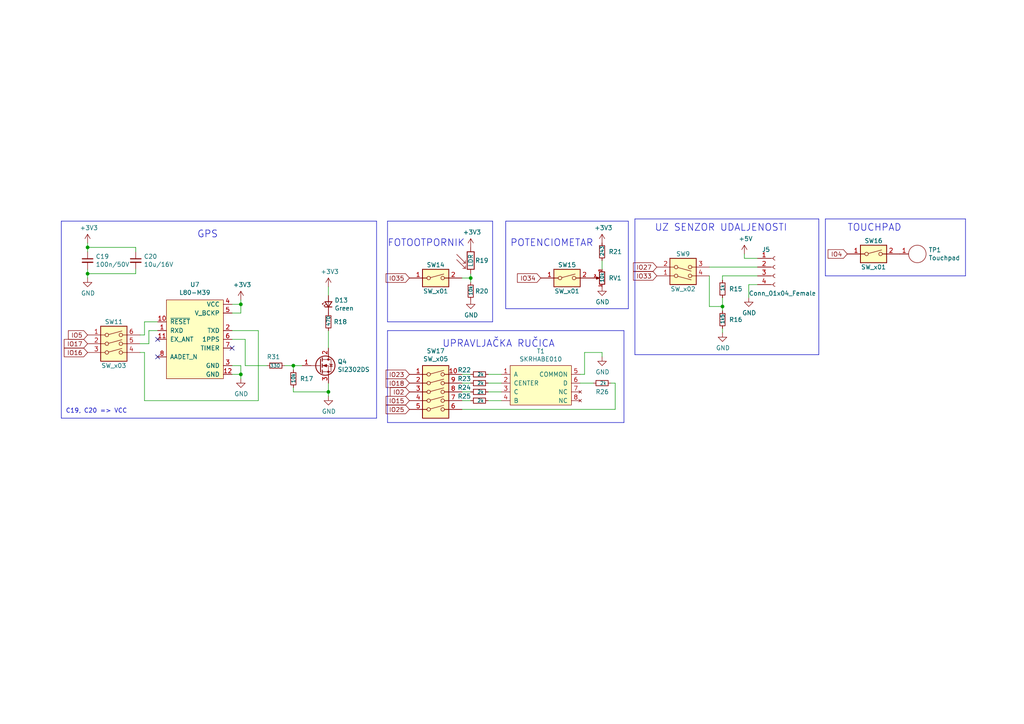
<source format=kicad_sch>
(kicad_sch (version 20230121) (generator eeschema)
  (paper "A4")
  (title_block (title "ESP32IoTPlatform") (date "2022-02-09") (rev "v4r1") (company "TVZ"))
  (lib_symbols
    (symbol "Connector:Conn_01x04_Female" (pin_names (offset 1.016) hide)
      (property "Reference" "J" (at 0 5.08 0))
      (property "Value" "Conn_01x04_Female" (at 0 -7.62 0))
      (symbol "Conn_01x04_Female_1_1"
        (arc (start 0 -4.572) (mid -0.5058 -5.08) (end 0 -5.588) (stroke (width 0.1524)))
        (arc (start 0 -2.032) (mid -0.5058 -2.54) (end 0 -3.048) (stroke (width 0.1524)))
        (polyline (pts (xy -1.27 -5.08) (xy -0.508 -5.08)) (stroke (width 0.1524)))
        (polyline (pts (xy -1.27 -2.54) (xy -0.508 -2.54)) (stroke (width 0.1524)))
        (polyline (pts (xy -1.27 0) (xy -0.508 0)) (stroke (width 0.1524)))
        (polyline (pts (xy -1.27 2.54) (xy -0.508 2.54)) (stroke (width 0.1524)))
        (arc (start 0 0.508) (mid -0.5058 0) (end 0 -0.508) (stroke (width 0.1524)))
        (arc (start 0 3.048) (mid -0.5058 2.54) (end 0 2.032) (stroke (width 0.1524)))
        (pin passive line (at -5.08 2.54 0) (length 3.81) (name "Pin_1") (number "1"))
        (pin passive line (at -5.08 0 0) (length 3.81) (name "Pin_2") (number "2"))
        (pin passive line (at -5.08 -2.54 0) (length 3.81) (name "Pin_3") (number "3"))
        (pin passive line (at -5.08 -5.08 0) (length 3.81) (name "Pin_4") (number "4"))
      )
    )
    (symbol "Device:C_Small" (pin_numbers hide) (pin_names (offset 0.254) hide)
      (property "Reference" "C" (at 0.254 1.778 0))
      (property "Value" "C_Small" (at 0.254 -2.032 0))
      (symbol "C_Small_0_1"
        (polyline (pts (xy -1.524 -0.508) (xy 1.524 -0.508)) (stroke (width 0.3302)))
        (polyline (pts (xy -1.524 0.508) (xy 1.524 0.508)) (stroke (width 0.3048)))
      )
      (symbol "C_Small_1_1"
        (pin passive line (at 0 2.54 270) (length 2.032) (name "~") (number "1"))
        (pin passive line (at 0 -2.54 90) (length 2.032) (name "~") (number "2"))
      )
    )
    (symbol "Device:LED_Small" (pin_numbers hide) (pin_names (offset 0.254) hide)
      (property "Reference" "D" (at -1.27 3.175 0))
      (property "Value" "LED_Small" (at -4.445 -2.54 0))
      (symbol "LED_Small_0_1"
        (polyline (pts (xy -0.762 -1.016) (xy -0.762 1.016)) (stroke (width 0.254)))
        (polyline (pts (xy 1.016 0) (xy -0.762 0)))
        (polyline (pts (xy 0.762 -1.016) (xy -0.762 0) (xy 0.762 1.016) (xy 0.762 -1.016)) (stroke (width 0.254)))
        (polyline (pts (xy 0 0.762) (xy -0.508 1.27) (xy -0.254 1.27) (xy -0.508 1.27) (xy -0.508 1.016)))
        (polyline (pts (xy 0.508 1.27) (xy 0 1.778) (xy 0.254 1.778) (xy 0 1.778) (xy 0 1.524)))
      )
      (symbol "LED_Small_1_1"
        (pin passive line (at -2.54 0 0) (length 1.778) (name "K") (number "1"))
        (pin passive line (at 2.54 0 180) (length 1.778) (name "A") (number "2"))
      )
    )
    (symbol "Device:R_Potentiometer_Small" (pin_names (offset 1.016) hide)
      (property "Reference" "RV" (at -4.445 0 90))
      (property "Value" "R_Potentiometer_Small" (at -2.54 0 90))
      (symbol "R_Potentiometer_Small_0_1"
        (polyline (pts (xy 0.889 0) (xy 0.635 0) (xy 1.651 0.381) (xy 1.651 -0.381) (xy 0.635 0) (xy 0.889 0)) (fill (type outline)))
        (rectangle (start 0.762 1.8034) (end -0.762 -1.8034) (stroke (width 0.254)))
      )
      (symbol "R_Potentiometer_Small_1_1"
        (pin passive line (at 0 2.54 270) (length 0.635) (name "1") (number "1"))
        (pin passive line (at 2.54 0 180) (length 0.9906) (name "2") (number "2"))
        (pin passive line (at 0 -2.54 90) (length 0.635) (name "3") (number "3"))
      )
    )
    (symbol "Device:R_Small" (pin_numbers hide) (pin_names (offset 0.254) hide)
      (property "Reference" "R" (at 0.762 0.508 0))
      (property "Value" "R_Small" (at 0.762 -1.016 0))
      (symbol "R_Small_0_1"
        (rectangle (start -0.762 1.778) (end 0.762 -1.778) (stroke (width 0.2032)))
      )
      (symbol "R_Small_1_1"
        (pin passive line (at 0 2.54 270) (length 0.762) (name "~") (number "1"))
        (pin passive line (at 0 -2.54 90) (length 0.762) (name "~") (number "2"))
      )
    )
    (symbol "ESP32IoTPlatform_simboli:L80-M39" (pin_names (offset 1.016))
      (property "Reference" "U" (at 0 0 0))
      (property "Value" "L80-M39" (at 0 0 0))
      (symbol "L80-M39_0_1"
        (rectangle (start 8.89 1.27) (end -7.62 24.13) (fill (type background)))
      )
      (symbol "L80-M39_1_1"
        (pin passive line (at -10.16 15.24 0) (length 2.54) (name "RXD") (number "1"))
        (pin passive line (at -10.16 17.78 0) (length 2.54) (name "~{RESET}") (number "10"))
        (pin passive line (at -10.16 12.7 0) (length 2.54) (name "EX_ANT") (number "11"))
        (pin passive line (at 11.43 2.54 180) (length 2.54) (name "GND") (number "12"))
        (pin passive line (at 11.43 15.24 180) (length 2.54) (name "TXD") (number "2"))
        (pin passive line (at 11.43 5.08 180) (length 2.54) (name "GND") (number "3"))
        (pin passive line (at 11.43 22.86 180) (length 2.54) (name "VCC") (number "4"))
        (pin passive line (at 11.43 20.32 180) (length 2.54) (name "V_BCKP") (number "5"))
        (pin passive line (at 11.43 12.7 180) (length 2.54) (name "1PPS") (number "6"))
        (pin passive line (at 11.43 10.16 180) (length 2.54) (name "TIMER") (number "7"))
        (pin passive line (at -10.16 7.62 0) (length 2.54) (name "AADET_N") (number "8"))
      )
    )
    (symbol "ESP32IoTPlatform_simboli:SKRHABE010" (pin_names (offset 1.016))
      (property "Reference" "T" (at 0 1.27 0))
      (property "Value" "SKRHABE010" (at 0 -1.27 0))
      (symbol "SKRHABE010_0_1"
        (rectangle (start -8.89 2.54) (end 8.89 13.97) (fill (type background)))
      )
      (symbol "SKRHABE010_1_1"
        (pin passive line (at -11.43 11.43 0) (length 2.54) (name "A") (number "1"))
        (pin passive line (at -11.43 8.89 0) (length 2.54) (name "CENTER") (number "2"))
        (pin passive line (at -11.43 6.35 0) (length 2.54) (name "C") (number "3"))
        (pin passive line (at -11.43 3.81 0) (length 2.54) (name "B") (number "4"))
        (pin passive line (at 11.43 11.43 180) (length 2.54) (name "COMMON") (number "5"))
        (pin passive line (at 11.43 8.89 180) (length 2.54) (name "D") (number "6"))
        (pin no_connect line (at 11.43 6.35 180) (length 2.54) (name "NC") (number "7"))
        (pin no_connect line (at 11.43 3.81 180) (length 2.54) (name "NC") (number "8"))
      )
    )
    (symbol "ESP32IoTPlatform_simboli:Touchpad" (pin_names (offset 1.016))
      (property "Reference" "TP" (at 0 0 0))
      (property "Value" "Touchpad" (at 0 0 0))
      (symbol "Touchpad_0_1"
        (circle (center 3.81 5.08) (radius 2.54))
      )
      (symbol "Touchpad_1_1"
        (pin passive line (at -1.27 5.08 0) (length 2.54) (name "~") (number "1"))
      )
    )
    (symbol "Sensor_Optical:LDR03" (pin_numbers hide) (pin_names (offset 0))
      (property "Reference" "R" (at -5.08 0 90))
      (property "Value" "LDR03" (at 1.905 0 90))
      (symbol "LDR03_0_1"
        (rectangle (start -1.016 2.54) (end 1.016 -2.54) (stroke (width 0.254)))
        (polyline (pts (xy -1.524 -2.286) (xy -4.064 0.254)))
        (polyline (pts (xy -1.524 -2.286) (xy -2.286 -2.286)))
        (polyline (pts (xy -1.524 -2.286) (xy -1.524 -1.524)))
        (polyline (pts (xy -1.524 -0.762) (xy -4.064 1.778)))
        (polyline (pts (xy -1.524 -0.762) (xy -2.286 -0.762)))
        (polyline (pts (xy -1.524 -0.762) (xy -1.524 0)))
      )
      (symbol "LDR03_1_1"
        (pin passive line (at 0 3.81 270) (length 1.27) (name "~") (number "1"))
        (pin passive line (at 0 -3.81 90) (length 1.27) (name "~") (number "2"))
      )
    )
    (symbol "Switch:SW_DIP_x01" (pin_names (offset 0) hide)
      (property "Reference" "SW" (at 0 3.81 0))
      (property "Value" "SW_DIP_x01" (at 0 -3.81 0))
      (symbol "SW_DIP_x01_0_0"
        (circle (center -2.032 0) (radius 0.508))
        (polyline (pts (xy -1.524 0.127) (xy 2.3622 1.1684)))
        (circle (center 2.032 0) (radius 0.508))
      )
      (symbol "SW_DIP_x01_0_1"
        (rectangle (start -3.81 2.54) (end 3.81 -2.54) (stroke (width 0.254)) (fill (type background)))
      )
      (symbol "SW_DIP_x01_1_1"
        (pin passive line (at -7.62 0 0) (length 5.08) (name "~") (number "1"))
        (pin passive line (at 7.62 0 180) (length 5.08) (name "~") (number "2"))
      )
    )
    (symbol "Switch:SW_DIP_x02" (pin_names (offset 0) hide)
      (property "Reference" "SW" (at 0 6.35 0))
      (property "Value" "SW_DIP_x02" (at 0 -3.81 0))
      (symbol "SW_DIP_x02_0_0"
        (circle (center -2.032 0) (radius 0.508))
        (circle (center -2.032 2.54) (radius 0.508))
        (polyline (pts (xy -1.524 0.127) (xy 2.3622 1.1684)))
        (polyline (pts (xy -1.524 2.667) (xy 2.3622 3.7084)))
        (circle (center 2.032 0) (radius 0.508))
        (circle (center 2.032 2.54) (radius 0.508))
      )
      (symbol "SW_DIP_x02_0_1"
        (rectangle (start -3.81 5.08) (end 3.81 -2.54) (stroke (width 0.254)) (fill (type background)))
      )
      (symbol "SW_DIP_x02_1_1"
        (pin passive line (at -7.62 2.54 0) (length 5.08) (name "~") (number "1"))
        (pin passive line (at -7.62 0 0) (length 5.08) (name "~") (number "2"))
        (pin passive line (at 7.62 0 180) (length 5.08) (name "~") (number "3"))
        (pin passive line (at 7.62 2.54 180) (length 5.08) (name "~") (number "4"))
      )
    )
    (symbol "Switch:SW_DIP_x03" (pin_names (offset 0) hide)
      (property "Reference" "SW" (at 0 8.89 0))
      (property "Value" "SW_DIP_x03" (at 0 -3.81 0))
      (symbol "SW_DIP_x03_0_0"
        (circle (center -2.032 0) (radius 0.508))
        (circle (center -2.032 2.54) (radius 0.508))
        (circle (center -2.032 5.08) (radius 0.508))
        (polyline (pts (xy -1.524 0.127) (xy 2.3622 1.1684)))
        (polyline (pts (xy -1.524 2.667) (xy 2.3622 3.7084)))
        (polyline (pts (xy -1.524 5.207) (xy 2.3622 6.2484)))
        (circle (center 2.032 0) (radius 0.508))
        (circle (center 2.032 2.54) (radius 0.508))
        (circle (center 2.032 5.08) (radius 0.508))
      )
      (symbol "SW_DIP_x03_0_1"
        (rectangle (start -3.81 7.62) (end 3.81 -2.54) (stroke (width 0.254)) (fill (type background)))
      )
      (symbol "SW_DIP_x03_1_1"
        (pin passive line (at -7.62 5.08 0) (length 5.08) (name "~") (number "1"))
        (pin passive line (at -7.62 2.54 0) (length 5.08) (name "~") (number "2"))
        (pin passive line (at -7.62 0 0) (length 5.08) (name "~") (number "3"))
        (pin passive line (at 7.62 0 180) (length 5.08) (name "~") (number "4"))
        (pin passive line (at 7.62 2.54 180) (length 5.08) (name "~") (number "5"))
        (pin passive line (at 7.62 5.08 180) (length 5.08) (name "~") (number "6"))
      )
    )
    (symbol "Switch:SW_DIP_x05" (pin_names (offset 0) hide)
      (property "Reference" "SW" (at 0 8.89 0))
      (property "Value" "SW_DIP_x05" (at 0 -8.89 0))
      (symbol "SW_DIP_x05_0_0"
        (circle (center -2.032 -5.08) (radius 0.508))
        (circle (center -2.032 -2.54) (radius 0.508))
        (circle (center -2.032 0) (radius 0.508))
        (circle (center -2.032 2.54) (radius 0.508))
        (circle (center -2.032 5.08) (radius 0.508))
        (polyline (pts (xy -1.524 -4.9276) (xy 2.3622 -3.8862)))
        (polyline (pts (xy -1.524 -2.3876) (xy 2.3622 -1.3462)))
        (polyline (pts (xy -1.524 0.127) (xy 2.3622 1.1684)))
        (polyline (pts (xy -1.524 2.667) (xy 2.3622 3.7084)))
        (polyline (pts (xy -1.524 5.207) (xy 2.3622 6.2484)))
        (circle (center 2.032 -5.08) (radius 0.508))
        (circle (center 2.032 -2.54) (radius 0.508))
        (circle (center 2.032 0) (radius 0.508))
        (circle (center 2.032 2.54) (radius 0.508))
        (circle (center 2.032 5.08) (radius 0.508))
      )
      (symbol "SW_DIP_x05_0_1"
        (rectangle (start -3.81 7.62) (end 3.81 -7.62) (stroke (width 0.254)) (fill (type background)))
      )
      (symbol "SW_DIP_x05_1_1"
        (pin passive line (at -7.62 5.08 0) (length 5.08) (name "~") (number "1"))
        (pin passive line (at 7.62 5.08 180) (length 5.08) (name "~") (number "10"))
        (pin passive line (at -7.62 2.54 0) (length 5.08) (name "~") (number "2"))
        (pin passive line (at -7.62 0 0) (length 5.08) (name "~") (number "3"))
        (pin passive line (at -7.62 -2.54 0) (length 5.08) (name "~") (number "4"))
        (pin passive line (at -7.62 -5.08 0) (length 5.08) (name "~") (number "5"))
        (pin passive line (at 7.62 -5.08 180) (length 5.08) (name "~") (number "6"))
        (pin passive line (at 7.62 -2.54 180) (length 5.08) (name "~") (number "7"))
        (pin passive line (at 7.62 0 180) (length 5.08) (name "~") (number "8"))
        (pin passive line (at 7.62 2.54 180) (length 5.08) (name "~") (number "9"))
      )
    )
    (symbol "Transistor_FET:IRLZ44N" (pin_names hide)
      (property "Reference" "Q" (at 6.35 1.905 0))
      (property "Value" "IRLZ44N" (at 6.35 0 0))
      (symbol "IRLZ44N_0_1"
        (polyline (pts (xy 0.254 0) (xy -2.54 0)))
        (polyline (pts (xy 0.254 1.905) (xy 0.254 -1.905)) (stroke (width 0.254)))
        (polyline (pts (xy 0.762 -1.27) (xy 0.762 -2.286)) (stroke (width 0.254)))
        (polyline (pts (xy 0.762 0.508) (xy 0.762 -0.508)) (stroke (width 0.254)))
        (polyline (pts (xy 0.762 2.286) (xy 0.762 1.27)) (stroke (width 0.254)))
        (polyline (pts (xy 2.54 2.54) (xy 2.54 1.778)))
        (polyline (pts (xy 2.54 -2.54) (xy 2.54 0) (xy 0.762 0)))
        (polyline (pts (xy 0.762 -1.778) (xy 3.302 -1.778) (xy 3.302 1.778) (xy 0.762 1.778)))
        (polyline (pts (xy 1.016 0) (xy 2.032 0.381) (xy 2.032 -0.381) (xy 1.016 0)) (fill (type outline)))
        (polyline (pts (xy 2.794 0.508) (xy 2.921 0.381) (xy 3.683 0.381) (xy 3.81 0.254)))
        (polyline (pts (xy 3.302 0.381) (xy 2.921 -0.254) (xy 3.683 -0.254) (xy 3.302 0.381)))
        (circle (center 1.651 0) (radius 2.794) (stroke (width 0.254)))
        (circle (center 2.54 -1.778) (radius 0.254) (fill (type outline)))
        (circle (center 2.54 1.778) (radius 0.254) (fill (type outline)))
      )
      (symbol "IRLZ44N_1_1"
        (pin input line (at -5.08 0 0) (length 2.54) (name "G") (number "1"))
        (pin passive line (at 2.54 5.08 270) (length 2.54) (name "D") (number "2"))
        (pin passive line (at 2.54 -5.08 90) (length 2.54) (name "S") (number "3"))
      )
    )
    (symbol "power:+3V3" (power) (pin_names (offset 0))
      (property "Value" "+3V3" (at 0 3.556 0))
      (symbol "+3V3_0_1"
        (polyline (pts (xy -0.762 1.27) (xy 0 2.54)))
        (polyline (pts (xy 0 0) (xy 0 2.54)))
        (polyline (pts (xy 0 2.54) (xy 0.762 1.27)))
      )
      (symbol "+3V3_1_1"
        (pin power_in line (at 0 0 90) (length 0) hide (name "+3V3") (number "1"))
      )
    )
    (symbol "power:+5V" (power) (pin_names (offset 0))
      (property "Value" "+5V" (at 0 3.556 0))
      (symbol "+5V_0_1"
        (polyline (pts (xy -0.762 1.27) (xy 0 2.54)))
        (polyline (pts (xy 0 0) (xy 0 2.54)))
        (polyline (pts (xy 0 2.54) (xy 0.762 1.27)))
      )
      (symbol "+5V_1_1"
        (pin power_in line (at 0 0 90) (length 0) hide (name "+5V") (number "1"))
      )
    )
    (symbol "power:GND" (power) (pin_names (offset 0))
      (property "Value" "GND" (at 0 -3.81 0))
      (symbol "GND_0_1"
        (polyline (pts (xy 0 0) (xy 0 -1.27) (xy 1.27 -1.27) (xy 0 -2.54) (xy -1.27 -1.27) (xy 0 -1.27)))
      )
      (symbol "GND_1_1"
        (pin power_in line (at 0 0 270) (length 0) hide (name "GND") (number "1"))
      )
    )
  )
  (junction (at 69.85 88.265))
  (junction (at 25.4 79.375))
  (junction (at 25.4 71.755))
  (junction (at 136.525 80.645))
  (junction (at 69.85 108.585))
  (junction (at 95.25 113.665))
  (junction (at 85.09 106.045))
  (junction (at 209.55 88.9))
  (no_connect (at 67.31 100.965))
  (no_connect (at 45.72 103.505))
  (no_connect (at 45.72 98.425))
  (wire (pts (xy 95.25 95.885) (xy 95.25 100.965)))
  (polyline (pts (xy 112.395 95.885) (xy 112.395 122.555)))
  (wire (pts (xy 141.605 116.205) (xy 145.415 116.205)))
  (wire (pts (xy 69.85 90.805) (xy 69.85 88.265)))
  (polyline (pts (xy 112.395 93.345) (xy 142.875 93.345)))
  (wire (pts (xy 133.985 80.645) (xy 136.525 80.645)))
  (wire (pts (xy 209.55 86.36) (xy 209.55 88.9)))
  (wire (pts (xy 43.18 95.885) (xy 45.72 95.885)))
  (wire (pts (xy 25.4 79.375) (xy 25.4 78.105)))
  (polyline (pts (xy 142.875 64.135) (xy 112.395 64.135)))
  (polyline (pts (xy 146.685 64.135) (xy 146.685 89.535)))
  (wire (pts (xy 25.4 79.375) (xy 39.37 79.375)))
  (wire (pts (xy 25.4 79.375) (xy 25.4 80.645)))
  (wire (pts (xy 67.31 98.425) (xy 71.12 98.425)))
  (wire (pts (xy 25.4 70.485) (xy 25.4 71.755)))
  (polyline (pts (xy 182.245 89.535) (xy 182.245 64.135)))
  (wire (pts (xy 69.85 109.855) (xy 69.85 108.585)))
  (polyline (pts (xy 239.395 80.01) (xy 280.035 80.01)))
  (polyline (pts (xy 112.395 64.135) (xy 112.395 93.345)))
  (wire (pts (xy 133.985 116.205) (xy 136.525 116.205)))
  (wire (pts (xy 95.25 113.665) (xy 95.25 111.125)))
  (wire (pts (xy 169.545 102.235) (xy 169.545 108.585)))
  (wire (pts (xy 178.435 118.745) (xy 178.435 111.125)))
  (wire (pts (xy 40.64 102.235) (xy 41.91 102.235)))
  (polyline (pts (xy 239.395 63.5) (xy 239.395 80.01)))
  (wire (pts (xy 82.55 106.045) (xy 85.09 106.045)))
  (wire (pts (xy 43.18 99.695) (xy 43.18 95.885)))
  (wire (pts (xy 168.275 111.125) (xy 172.085 111.125)))
  (wire (pts (xy 69.85 86.995) (xy 69.85 88.265)))
  (wire (pts (xy 67.31 90.805) (xy 69.85 90.805)))
  (wire (pts (xy 136.525 81.915) (xy 136.525 80.645)))
  (wire (pts (xy 71.12 106.045) (xy 77.47 106.045)))
  (wire (pts (xy 85.09 106.045) (xy 87.63 106.045)))
  (wire (pts (xy 141.605 108.585) (xy 145.415 108.585)))
  (wire (pts (xy 209.55 80.01) (xy 219.71 80.01)))
  (polyline (pts (xy 184.15 102.87) (xy 237.49 102.87)))
  (wire (pts (xy 205.74 88.9) (xy 209.55 88.9)))
  (wire (pts (xy 136.525 79.375) (xy 136.525 80.645)))
  (wire (pts (xy 133.985 108.585) (xy 136.525 108.585)))
  (polyline (pts (xy 112.395 122.555) (xy 180.975 122.555)))
  (wire (pts (xy 217.17 82.55) (xy 219.71 82.55)))
  (polyline (pts (xy 146.685 89.535) (xy 182.245 89.535)))
  (polyline (pts (xy 280.035 80.01) (xy 280.035 63.5)))
  (wire (pts (xy 74.93 116.205) (xy 74.93 95.885)))
  (wire (pts (xy 69.85 106.045) (xy 67.31 106.045)))
  (wire (pts (xy 133.985 113.665) (xy 136.525 113.665)))
  (wire (pts (xy 69.85 88.265) (xy 67.31 88.265)))
  (wire (pts (xy 69.85 108.585) (xy 67.31 108.585)))
  (wire (pts (xy 141.605 113.665) (xy 145.415 113.665)))
  (wire (pts (xy 71.12 98.425) (xy 71.12 106.045)))
  (wire (pts (xy 169.545 108.585) (xy 168.275 108.585)))
  (polyline (pts (xy 109.22 121.285) (xy 109.22 64.135)))
  (wire (pts (xy 39.37 73.025) (xy 39.37 71.755)))
  (wire (pts (xy 133.985 118.745) (xy 178.435 118.745)))
  (polyline (pts (xy 142.875 93.345) (xy 142.875 64.135)))
  (wire (pts (xy 205.74 80.01) (xy 205.74 88.9)))
  (wire (pts (xy 67.31 95.885) (xy 74.93 95.885)))
  (wire (pts (xy 41.91 97.155) (xy 40.64 97.155)))
  (wire (pts (xy 95.25 113.665) (xy 95.25 114.935)))
  (wire (pts (xy 69.85 108.585) (xy 69.85 106.045)))
  (wire (pts (xy 174.625 103.505) (xy 174.625 102.235)))
  (wire (pts (xy 215.9 73.66) (xy 215.9 74.93)))
  (wire (pts (xy 141.605 111.125) (xy 145.415 111.125)))
  (polyline (pts (xy 184.15 63.5) (xy 184.15 102.87)))
  (polyline (pts (xy 237.49 63.5) (xy 237.49 102.87)))
  (wire (pts (xy 178.435 111.125) (xy 177.165 111.125)))
  (wire (pts (xy 209.55 81.28) (xy 209.55 80.01)))
  (wire (pts (xy 25.4 73.025) (xy 25.4 71.755)))
  (wire (pts (xy 217.17 86.36) (xy 217.17 82.55)))
  (wire (pts (xy 85.09 112.395) (xy 85.09 113.665)))
  (wire (pts (xy 85.09 107.315) (xy 85.09 106.045)))
  (polyline (pts (xy 280.035 63.5) (xy 239.395 63.5)))
  (wire (pts (xy 40.64 99.695) (xy 43.18 99.695)))
  (wire (pts (xy 41.91 102.235) (xy 41.91 116.205)))
  (wire (pts (xy 39.37 78.105) (xy 39.37 79.375)))
  (wire (pts (xy 205.74 77.47) (xy 219.71 77.47)))
  (wire (pts (xy 209.55 95.25) (xy 209.55 96.52)))
  (wire (pts (xy 209.55 88.9) (xy 209.55 90.17)))
  (wire (pts (xy 215.9 74.93) (xy 219.71 74.93)))
  (wire (pts (xy 174.625 102.235) (xy 169.545 102.235)))
  (polyline (pts (xy 17.78 121.285) (xy 109.22 121.285)))
  (wire (pts (xy 41.91 93.345) (xy 41.91 97.155)))
  (polyline (pts (xy 237.49 63.5) (xy 184.15 63.5)))
  (polyline (pts (xy 182.245 64.135) (xy 146.685 64.135)))
  (wire (pts (xy 95.25 83.185) (xy 95.25 85.725)))
  (wire (pts (xy 174.625 78.105) (xy 174.625 75.565)))
  (wire (pts (xy 45.72 93.345) (xy 41.91 93.345)))
  (polyline (pts (xy 17.78 64.135) (xy 109.22 64.135)))
  (wire (pts (xy 133.985 111.125) (xy 136.525 111.125)))
  (wire (pts (xy 85.09 113.665) (xy 95.25 113.665)))
  (wire (pts (xy 25.4 71.755) (xy 39.37 71.755)))
  (polyline (pts (xy 17.78 64.135) (xy 17.78 121.285)))
  (wire (pts (xy 41.91 116.205) (xy 74.93 116.205)))
  (polyline (pts (xy 180.975 122.555) (xy 180.975 95.885)))
  (polyline (pts (xy 180.975 95.885) (xy 112.395 95.885)))
  (text "UPRAVLJAČKA RUČICA" (at 128.27 100.965 0) (effects (font (size 2.0066 2.0066)) (justify left bottom)))
  (text "FOTOOTPORNIK" (at 112.395 71.755 0) (effects (font (size 2.0066 2.0066)) (justify left bottom)))
  (text "UZ SENZOR UDALJENOSTI" (at 189.865 67.31 0) (effects (font (size 2.0066 2.0066)) (justify left bottom)))
  (text "GPS" (at 57.15 69.215 0) (effects (font (size 2.0066 2.0066)) (justify left bottom)))
  (text "POTENCIOMETAR" (at 147.955 71.755 0) (effects (font (size 2.0066 2.0066)) (justify left bottom)))
  (text "TOUCHPAD" (at 245.745 67.31 0) (effects (font (size 2.0066 2.0066)) (justify left bottom)))
  (text "C19, C20 => VCC" (at 19.05 120.015 0) (effects (font (size 1.27 1.27)) (justify left bottom)))
  (global_label "IO35" (shape input) (at 118.745 80.645 180) (property "Intersheetrefs" "${INTERSHEET_REFS}" (effects hide)))
  (global_label "IO5" (shape input) (at 25.4 97.155 180) (property "Intersheetrefs" "${INTERSHEET_REFS}" (effects hide)))
  (global_label "IO25" (shape input) (at 118.745 118.745 180) (property "Intersheetrefs" "${INTERSHEET_REFS}" (effects hide)))
  (global_label "IO17" (shape input) (at 25.4 99.695 180) (property "Intersheetrefs" "${INTERSHEET_REFS}" (effects hide)))
  (global_label "IO2" (shape input) (at 118.745 113.665 180) (property "Intersheetrefs" "${INTERSHEET_REFS}" (effects hide)))
  (global_label "IO18" (shape input) (at 118.745 111.125 180) (property "Intersheetrefs" "${INTERSHEET_REFS}" (effects hide)))
  (global_label "IO23" (shape input) (at 118.745 108.585 180) (property "Intersheetrefs" "${INTERSHEET_REFS}" (effects hide)))
  (global_label "IO27" (shape input) (at 190.5 77.47 180) (property "Intersheetrefs" "${INTERSHEET_REFS}" (effects hide)))
  (global_label "IO15" (shape input) (at 118.745 116.205 180) (property "Intersheetrefs" "${INTERSHEET_REFS}" (effects hide)))
  (global_label "IO33" (shape input) (at 190.5 80.01 180) (property "Intersheetrefs" "${INTERSHEET_REFS}" (effects hide)))
  (global_label "IO34" (shape input) (at 156.845 80.645 180) (property "Intersheetrefs" "${INTERSHEET_REFS}" (effects hide)))
  (global_label "IO4" (shape input) (at 245.745 73.66 180) (property "Intersheetrefs" "${INTERSHEET_REFS}" (effects hide)))
  (global_label "IO16" (shape input) (at 25.4 102.235 180) (property "Intersheetrefs" "${INTERSHEET_REFS}" (effects hide)))
  (symbol (lib_id "Device:R_Small") (at 136.525 84.455 0) (unit 1)
    (property "Reference" "R20" (at 137.795 84.455 0) (effects (justify left)))
    (property "Value" "10k" (at 136.525 85.725 90) (effects (font (size 1 1)) (justify left)))
    (property "Footprint" "Resistor_SMD:R_0805_2012Metric" (effects hide))
  )
  (symbol (lib_id "Device:R_Small") (at 139.065 111.125 270) (unit 1)
    (property "Reference" "R23" (at 132.715 109.855 90) (effects (justify left)))
    (property "Value" "2k" (at 138.43 111.125 90) (effects (font (size 1 1)) (justify left)))
    (property "Footprint" "Resistor_SMD:R_0805_2012Metric" (effects hide))
  )
  (symbol (lib_id "power:+3V3") (at 174.625 70.485 0) (unit 1)
    (property "Reference" "#PWR0136" (effects hide))
    (property "Value" "+3V3" (at 175.006 66.0908 0))
  )
  (symbol (lib_id "Device:R_Small") (at 209.55 92.71 0) (unit 1)
    (property "Reference" "R16" (at 211.455 92.71 0) (effects (justify left)))
    (property "Value" "1k5" (at 209.55 93.98 90) (effects (font (size 1 1)) (justify left)))
    (property "Footprint" "Resistor_SMD:R_0805_2012Metric" (effects hide))
  )
  (symbol (lib_id "power:GND") (at 209.55 96.52 0) (unit 1)
    (property "Reference" "#PWR0139" (effects hide))
    (property "Value" "GND" (at 209.677 100.9142 0))
  )
  (symbol (lib_id "Device:R_Small") (at 139.065 113.665 270) (unit 1)
    (property "Reference" "R24" (at 132.715 112.395 90) (effects (justify left)))
    (property "Value" "2k" (at 138.43 113.665 90) (effects (font (size 1 1)) (justify left)))
    (property "Footprint" "Resistor_SMD:R_0805_2012Metric" (effects hide))
  )
  (symbol (lib_id "power:GND") (at 217.17 86.36 0) (unit 1)
    (property "Reference" "#PWR0137" (effects hide))
    (property "Value" "GND" (at 217.297 90.7542 0))
  )
  (symbol (lib_id "Switch:SW_DIP_x02") (at 198.12 77.47 0) (mirror x) (unit 1)
    (property "Reference" "SW9" (at 198.12 73.66 0))
    (property "Value" "SW_x02" (at 198.12 83.82 0))
    (property "Footprint" "Button_Switch_SMD:SW_DIP_SPSTx02_Slide_6.7x6.64mm_W6.73mm_P2.54mm_LowProfile_JPin" (effects hide))
  )
  (symbol (lib_id "power:GND") (at 69.85 109.855 0) (unit 1)
    (property "Reference" "#PWR0144" (effects hide))
    (property "Value" "GND" (at 69.977 114.2492 0))
  )
  (symbol (lib_id "Sensor_Optical:LDR03") (at 136.525 75.565 0) (unit 1)
    (property "Reference" "R19" (at 137.795 75.565 0) (effects (justify left)))
    (property "Value" "LDR" (at 136.525 77.47 90) (effects (justify left)))
    (property "Footprint" "OptoDevice:R_LDR_7x6mm_P5.1mm_Vertical" (effects hide))
    (property "Datasheet" "http://www.elektronica-componenten.nl/WebRoot/StoreNL/Shops/61422969/54F1/BA0C/C664/31B9/2173/C0A8/2AB9/2AEF/LDR03IMP.pdf" (effects hide))
  )
  (symbol (lib_id "Connector:Conn_01x04_Female") (at 224.79 77.47 0) (unit 1)
    (property "Reference" "J5" (at 220.98 72.39 0) (effects (justify left)))
    (property "Value" "Conn_01x04_Female" (at 217.17 85.09 0) (effects (justify left)))
    (property "Footprint" "ESP32IoTPlatform:PinSocket_1x04_P2.54mm_Vertical" (effects hide))
  )
  (symbol (lib_id "Device:C_Small") (at 39.37 75.565 0) (unit 1)
    (property "Reference" "C20" (at 41.7068 74.3966 0) (effects (justify left)))
    (property "Value" "10u/16V" (at 41.7068 76.708 0) (effects (justify left)))
    (property "Footprint" "Capacitor_SMD:C_0805_2012Metric" (effects hide))
  )
  (symbol (lib_id "Device:C_Small") (at 25.4 75.565 0) (unit 1)
    (property "Reference" "C19" (at 27.7368 74.3966 0) (effects (justify left)))
    (property "Value" "100n/50V" (at 27.7368 76.708 0) (effects (justify left)))
    (property "Footprint" "Capacitor_SMD:C_0805_2012Metric" (effects hide))
  )
  (symbol (lib_id "Device:R_Small") (at 95.25 93.345 180) (unit 1)
    (property "Reference" "R18" (at 96.774 93.345 0) (effects (justify right)))
    (property "Value" "470" (at 95.25 94.615 90) (effects (font (size 1 1)) (justify right)))
    (property "Footprint" "Resistor_SMD:R_0805_2012Metric" (effects hide))
  )
  (symbol (lib_id "power:GND") (at 174.625 103.505 0) (unit 1)
    (property "Reference" "#PWR0147" (effects hide))
    (property "Value" "GND" (at 174.752 107.8992 0))
  )
  (symbol (lib_id "power:GND") (at 174.625 83.185 0) (unit 1)
    (property "Reference" "#PWR0135" (effects hide))
    (property "Value" "GND" (at 174.752 87.5792 0))
  )
  (symbol (lib_id "power:GND") (at 136.525 86.995 0) (unit 1)
    (property "Reference" "#PWR0142" (effects hide))
    (property "Value" "GND" (at 136.652 91.3892 0))
  )
  (symbol (lib_id "Device:R_Potentiometer_Small") (at 174.625 80.645 180) (unit 1)
    (property "Reference" "RV1" (at 176.53 80.645 0) (effects (justify right)))
    (property "Value" "10k" (at 174.625 81.915 90) (effects (font (size 1 1)) (justify right)))
    (property "Footprint" "ESP32IoTPlatform:Potentiometer_Bourns_3386P_Vertical" (effects hide))
  )
  (symbol (lib_id "power:+5V") (at 215.9 73.66 0) (unit 1)
    (property "Reference" "#PWR0138" (effects hide))
    (property "Value" "+5V" (at 216.281 69.2658 0))
  )
  (symbol (lib_id "Device:R_Small") (at 139.065 108.585 270) (unit 1)
    (property "Reference" "R22" (at 132.715 107.315 90) (effects (justify left)))
    (property "Value" "2k" (at 138.43 108.585 90) (effects (font (size 1 1)) (justify left)))
    (property "Footprint" "Resistor_SMD:R_0805_2012Metric" (effects hide))
  )
  (symbol (lib_id "Device:R_Small") (at 85.09 109.855 0) (unit 1)
    (property "Reference" "R17" (at 86.995 109.855 0) (effects (justify left)))
    (property "Value" "10k" (at 85.09 111.125 90) (effects (font (size 1 1)) (justify left)))
    (property "Footprint" "Resistor_SMD:R_0805_2012Metric" (effects hide))
  )
  (symbol (lib_id "Switch:SW_DIP_x01") (at 164.465 80.645 0) (unit 1)
    (property "Reference" "SW15" (at 164.465 76.835 0))
    (property "Value" "SW_x01" (at 164.465 84.455 0))
    (property "Footprint" "Button_Switch_SMD:SW_DIP_SPSTx01_Slide_6.7x4.1mm_W6.73mm_P2.54mm_LowProfile_JPin" (effects hide))
  )
  (symbol (lib_id "Switch:SW_DIP_x05") (at 126.365 113.665 0) (unit 1)
    (property "Reference" "SW17" (at 126.365 101.8032 0))
    (property "Value" "SW_x05" (at 126.365 104.1146 0))
    (property "Footprint" "Button_Switch_SMD:SW_DIP_SPSTx05_Slide_6.7x14.26mm_W6.73mm_P2.54mm_LowProfile_JPin" (effects hide))
  )
  (symbol (lib_id "Transistor_FET:IRLZ44N") (at 92.71 106.045 0) (unit 1)
    (property "Reference" "Q4" (at 97.8916 104.8766 0) (effects (justify left)))
    (property "Value" "SI2302DS" (at 97.8916 107.188 0) (effects (justify left)))
    (property "Footprint" "Package_TO_SOT_SMD:SOT-23" (effects hide))
    (property "Datasheet" "http://www.irf.com/product-info/datasheets/data/irlz44n.pdf" (effects hide))
  )
  (symbol (lib_id "power:+3V3") (at 69.85 86.995 0) (unit 1)
    (property "Reference" "#PWR0146" (effects hide))
    (property "Value" "+3V3" (at 70.231 82.6008 0))
  )
  (symbol (lib_id "Device:R_Small") (at 139.065 116.205 270) (unit 1)
    (property "Reference" "R25" (at 132.715 114.935 90) (effects (justify left)))
    (property "Value" "2k" (at 138.43 116.205 90) (effects (font (size 1 1)) (justify left)))
    (property "Footprint" "Resistor_SMD:R_0805_2012Metric" (effects hide))
  )
  (symbol (lib_id "power:+3V3") (at 136.525 71.755 0) (unit 1)
    (property "Reference" "#PWR0148" (effects hide))
    (property "Value" "+3V3" (at 136.906 67.3608 0))
  )
  (symbol (lib_id "Device:R_Small") (at 174.625 111.125 270) (unit 1)
    (property "Reference" "R26" (at 172.72 113.665 90) (effects (justify left)))
    (property "Value" "2k" (at 173.99 111.125 90) (effects (font (size 1 1)) (justify left)))
    (property "Footprint" "Resistor_SMD:R_0805_2012Metric" (effects hide))
  )
  (symbol (lib_id "Device:R_Small") (at 80.01 106.045 90) (unit 1)
    (property "Reference" "R31" (at 81.28 103.505 90) (effects (justify left)))
    (property "Value" "330" (at 81.28 106.045 90) (effects (font (size 1 1)) (justify left)))
    (property "Footprint" "Resistor_SMD:R_0805_2012Metric" (effects hide))
  )
  (symbol (lib_id "Switch:SW_DIP_x01") (at 126.365 80.645 0) (unit 1)
    (property "Reference" "SW14" (at 126.365 76.835 0))
    (property "Value" "SW_x01" (at 126.365 84.455 0))
    (property "Footprint" "Button_Switch_SMD:SW_DIP_SPSTx01_Slide_6.7x4.1mm_W6.73mm_P2.54mm_LowProfile_JPin" (effects hide))
  )
  (symbol (lib_id "power:GND") (at 95.25 114.935 0) (unit 1)
    (property "Reference" "#PWR0145" (effects hide))
    (property "Value" "GND" (at 95.377 119.3292 0))
  )
  (symbol (lib_id "power:+3V3") (at 25.4 70.485 0) (unit 1)
    (property "Reference" "#PWR0140" (effects hide))
    (property "Value" "+3V3" (at 25.781 66.0908 0))
  )
  (symbol (lib_id "Device:R_Small") (at 174.625 73.025 0) (unit 1)
    (property "Reference" "R21" (at 176.53 73.025 0) (effects (justify left)))
    (property "Value" "243" (at 174.625 74.295 90) (effects (font (size 1 1)) (justify left)))
    (property "Footprint" "Resistor_SMD:R_0805_2012Metric" (effects hide))
  )
  (symbol (lib_id "ESP32IoTPlatform_simboli:SKRHABE010") (at 156.845 120.015 0) (unit 1)
    (property "Reference" "T1" (at 156.845 101.854 0))
    (property "Value" "SKRHABE010" (at 156.845 104.1654 0))
    (property "Footprint" "ESP32IoTPlatform:Alps_SKRHABE010" (effects hide))
  )
  (symbol (lib_id "ESP32IoTPlatform_simboli:L80-M39") (at 55.88 111.125 0) (unit 1)
    (property "Reference" "U7" (at 56.515 82.55 0))
    (property "Value" "L80-M39" (at 56.515 84.8614 0))
    (property "Footprint" "ESP32IoTPlatform:L80-M39" (effects hide))
  )
  (symbol (lib_id "power:+3V3") (at 95.25 83.185 0) (unit 1)
    (property "Reference" "#PWR0143" (effects hide))
    (property "Value" "+3V3" (at 95.631 78.7908 0))
  )
  (symbol (lib_id "Device:LED_Small") (at 95.25 88.265 90) (unit 1)
    (property "Reference" "D13" (at 97.028 87.0966 90) (effects (justify right)))
    (property "Value" "Green" (at 97.028 89.408 90) (effects (justify right)))
    (property "Footprint" "LED_SMD:LED_0805_2012Metric" (effects hide))
  )
  (symbol (lib_id "power:GND") (at 25.4 80.645 0) (unit 1)
    (property "Reference" "#PWR0141" (effects hide))
    (property "Value" "GND" (at 25.527 85.0392 0))
  )
  (symbol (lib_id "ESP32IoTPlatform_simboli:Touchpad") (at 262.255 78.74 0) (unit 1)
    (property "Reference" "TP1" (at 269.3162 72.4916 0) (effects (justify left)))
    (property "Value" "Touchpad" (at 269.3162 74.803 0) (effects (justify left)))
    (property "Footprint" "ESP32IoTPlatform:Touchpad" (effects hide))
  )
  (symbol (lib_id "Switch:SW_DIP_x03") (at 33.02 102.235 0) (unit 1)
    (property "Reference" "SW11" (at 33.02 93.345 0))
    (property "Value" "SW_x03" (at 33.02 106.045 0))
    (property "Footprint" "Button_Switch_SMD:SW_DIP_SPSTx03_Slide_6.7x9.18mm_W6.73mm_P2.54mm_LowProfile_JPin" (effects hide))
  )
  (symbol (lib_id "Switch:SW_DIP_x01") (at 253.365 73.66 0) (unit 1)
    (property "Reference" "SW16" (at 253.365 69.85 0))
    (property "Value" "SW_x01" (at 253.365 77.47 0))
    (property "Footprint" "Button_Switch_SMD:SW_DIP_SPSTx01_Slide_6.7x4.1mm_W6.73mm_P2.54mm_LowProfile_JPin" (effects hide))
  )
  (symbol (lib_id "Device:R_Small") (at 209.55 83.82 0) (unit 1)
    (property "Reference" "R15" (at 211.455 83.82 0) (effects (justify left)))
    (property "Value" "1k" (at 209.55 84.455 90) (effects (font (size 1 1)) (justify left)))
    (property "Footprint" "Resistor_SMD:R_0805_2012Metric" (effects hide))
  )
)
</source>
